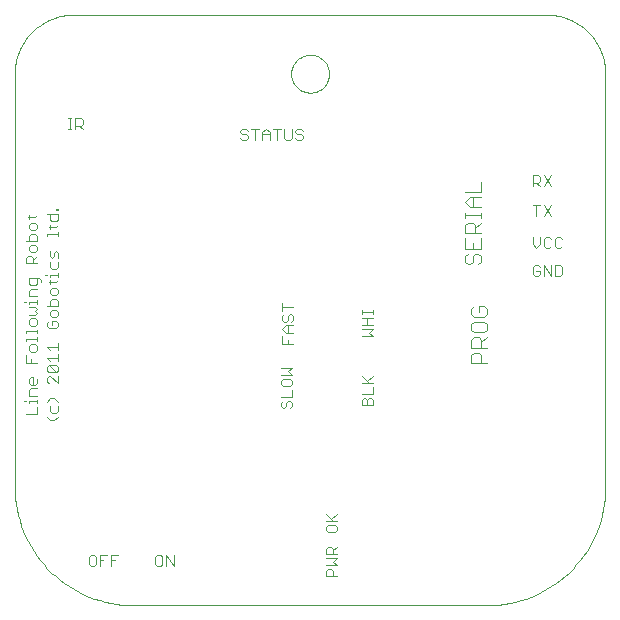
<source format=gto>
G75*
G70*
%OFA0B0*%
%FSLAX24Y24*%
%IPPOS*%
%LPD*%
%AMOC8*
5,1,8,0,0,1.08239X$1,22.5*
%
%ADD10C,0.0000*%
%ADD11C,0.0030*%
%ADD12C,0.0040*%
D10*
X008033Y011970D02*
X008033Y025749D01*
X008032Y025749D02*
X008034Y025843D01*
X008041Y025936D01*
X008052Y026029D01*
X008068Y026122D01*
X008088Y026213D01*
X008112Y026304D01*
X008140Y026393D01*
X008173Y026481D01*
X008210Y026567D01*
X008251Y026651D01*
X008296Y026734D01*
X008345Y026814D01*
X008397Y026891D01*
X008453Y026966D01*
X008513Y027038D01*
X008576Y027108D01*
X008642Y027174D01*
X008712Y027237D01*
X008784Y027297D01*
X008859Y027353D01*
X008936Y027405D01*
X009016Y027454D01*
X009099Y027499D01*
X009183Y027540D01*
X009269Y027577D01*
X009357Y027610D01*
X009446Y027638D01*
X009537Y027662D01*
X009628Y027682D01*
X009721Y027698D01*
X009814Y027709D01*
X009907Y027716D01*
X010001Y027718D01*
X025749Y027718D01*
X025843Y027716D01*
X025936Y027709D01*
X026029Y027698D01*
X026122Y027682D01*
X026213Y027662D01*
X026304Y027638D01*
X026393Y027610D01*
X026481Y027577D01*
X026567Y027540D01*
X026651Y027499D01*
X026733Y027454D01*
X026814Y027405D01*
X026891Y027353D01*
X026966Y027297D01*
X027038Y027237D01*
X027108Y027174D01*
X027174Y027108D01*
X027237Y027038D01*
X027297Y026966D01*
X027353Y026891D01*
X027405Y026814D01*
X027454Y026733D01*
X027499Y026651D01*
X027540Y026567D01*
X027577Y026481D01*
X027610Y026393D01*
X027638Y026304D01*
X027662Y026213D01*
X027682Y026122D01*
X027698Y026029D01*
X027709Y025936D01*
X027716Y025843D01*
X027718Y025749D01*
X027718Y011970D01*
X027714Y011783D01*
X027700Y011596D01*
X027678Y011410D01*
X027647Y011225D01*
X027607Y011042D01*
X027559Y010861D01*
X027501Y010682D01*
X027436Y010507D01*
X027362Y010335D01*
X027280Y010166D01*
X027191Y010002D01*
X027093Y009841D01*
X026988Y009686D01*
X026876Y009536D01*
X026756Y009392D01*
X026630Y009253D01*
X026498Y009121D01*
X026359Y008995D01*
X026215Y008875D01*
X026065Y008763D01*
X025910Y008658D01*
X025750Y008560D01*
X025585Y008471D01*
X025416Y008389D01*
X025244Y008315D01*
X025069Y008250D01*
X024890Y008192D01*
X024709Y008144D01*
X024526Y008104D01*
X024341Y008073D01*
X024155Y008051D01*
X023968Y008037D01*
X023781Y008033D01*
X011970Y008033D01*
X011783Y008037D01*
X011596Y008051D01*
X011410Y008073D01*
X011225Y008104D01*
X011042Y008144D01*
X010861Y008192D01*
X010682Y008250D01*
X010507Y008315D01*
X010335Y008389D01*
X010166Y008471D01*
X010001Y008560D01*
X009841Y008658D01*
X009686Y008763D01*
X009536Y008875D01*
X009392Y008995D01*
X009253Y009121D01*
X009121Y009253D01*
X008995Y009392D01*
X008875Y009536D01*
X008763Y009686D01*
X008658Y009841D01*
X008560Y010002D01*
X008471Y010166D01*
X008389Y010335D01*
X008315Y010507D01*
X008250Y010682D01*
X008192Y010861D01*
X008144Y011042D01*
X008104Y011225D01*
X008073Y011410D01*
X008051Y011596D01*
X008037Y011783D01*
X008033Y011970D01*
X017245Y025749D02*
X017247Y025799D01*
X017253Y025849D01*
X017263Y025898D01*
X017277Y025946D01*
X017294Y025993D01*
X017315Y026038D01*
X017340Y026082D01*
X017368Y026123D01*
X017400Y026162D01*
X017434Y026199D01*
X017471Y026233D01*
X017511Y026263D01*
X017553Y026290D01*
X017597Y026314D01*
X017643Y026335D01*
X017690Y026351D01*
X017738Y026364D01*
X017788Y026373D01*
X017837Y026378D01*
X017888Y026379D01*
X017938Y026376D01*
X017987Y026369D01*
X018036Y026358D01*
X018084Y026343D01*
X018130Y026325D01*
X018175Y026303D01*
X018218Y026277D01*
X018259Y026248D01*
X018298Y026216D01*
X018334Y026181D01*
X018366Y026143D01*
X018396Y026103D01*
X018423Y026060D01*
X018446Y026016D01*
X018465Y025970D01*
X018481Y025922D01*
X018493Y025873D01*
X018501Y025824D01*
X018505Y025774D01*
X018505Y025724D01*
X018501Y025674D01*
X018493Y025625D01*
X018481Y025576D01*
X018465Y025528D01*
X018446Y025482D01*
X018423Y025438D01*
X018396Y025395D01*
X018366Y025355D01*
X018334Y025317D01*
X018298Y025282D01*
X018259Y025250D01*
X018218Y025221D01*
X018175Y025195D01*
X018130Y025173D01*
X018084Y025155D01*
X018036Y025140D01*
X017987Y025129D01*
X017938Y025122D01*
X017888Y025119D01*
X017837Y025120D01*
X017788Y025125D01*
X017738Y025134D01*
X017690Y025147D01*
X017643Y025163D01*
X017597Y025184D01*
X017553Y025208D01*
X017511Y025235D01*
X017471Y025265D01*
X017434Y025299D01*
X017400Y025336D01*
X017368Y025375D01*
X017340Y025416D01*
X017315Y025460D01*
X017294Y025505D01*
X017277Y025552D01*
X017263Y025600D01*
X017253Y025649D01*
X017247Y025699D01*
X017245Y025749D01*
D11*
X010498Y009409D02*
X010559Y009348D01*
X010683Y009348D01*
X010745Y009409D01*
X010745Y009656D01*
X010683Y009718D01*
X010559Y009718D01*
X010498Y009656D01*
X010498Y009409D01*
X010866Y009348D02*
X010866Y009718D01*
X011113Y009718D01*
X011234Y009718D02*
X011481Y009718D01*
X011358Y009533D02*
X011234Y009533D01*
X011234Y009348D02*
X011234Y009718D01*
X010989Y009533D02*
X010866Y009533D01*
X012708Y009656D02*
X012708Y009409D01*
X012769Y009348D01*
X012893Y009348D01*
X012954Y009409D01*
X012954Y009656D01*
X012893Y009718D01*
X012769Y009718D01*
X012708Y009656D01*
X013076Y009718D02*
X013076Y009348D01*
X013323Y009348D02*
X013076Y009718D01*
X013323Y009718D02*
X013323Y009348D01*
X009344Y014198D02*
X009221Y014198D01*
X009097Y014321D01*
X009221Y014505D02*
X009283Y014443D01*
X009406Y014443D01*
X009468Y014505D01*
X009468Y014690D01*
X009468Y014812D02*
X009344Y014935D01*
X009221Y014935D01*
X009097Y014812D01*
X009221Y014690D02*
X009221Y014505D01*
X009468Y014321D02*
X009344Y014198D01*
X008768Y014398D02*
X008768Y014645D01*
X008768Y014766D02*
X008768Y014889D01*
X008768Y014828D02*
X008521Y014828D01*
X008521Y014766D01*
X008397Y014828D02*
X008336Y014828D01*
X008521Y015012D02*
X008521Y015197D01*
X008583Y015258D01*
X008768Y015258D01*
X008706Y015380D02*
X008583Y015380D01*
X008521Y015442D01*
X008521Y015565D01*
X008583Y015627D01*
X008644Y015627D01*
X008644Y015380D01*
X008706Y015380D02*
X008768Y015442D01*
X008768Y015565D01*
X009097Y015611D02*
X009097Y015487D01*
X009159Y015425D01*
X009097Y015611D02*
X009159Y015672D01*
X009221Y015672D01*
X009468Y015425D01*
X009468Y015672D01*
X009406Y015794D02*
X009159Y016041D01*
X009406Y016041D01*
X009468Y015979D01*
X009468Y015855D01*
X009406Y015794D01*
X009159Y015794D01*
X009097Y015855D01*
X009097Y015979D01*
X009159Y016041D01*
X009221Y016162D02*
X009097Y016285D01*
X009468Y016285D01*
X009468Y016162D02*
X009468Y016409D01*
X009468Y016530D02*
X009468Y016777D01*
X009468Y016654D02*
X009097Y016654D01*
X009221Y016530D01*
X008768Y016546D02*
X008706Y016485D01*
X008583Y016485D01*
X008521Y016546D01*
X008521Y016670D01*
X008583Y016732D01*
X008706Y016732D01*
X008768Y016670D01*
X008768Y016546D01*
X008768Y016853D02*
X008768Y016977D01*
X008768Y016915D02*
X008397Y016915D01*
X008397Y016853D01*
X008397Y017099D02*
X008397Y017160D01*
X008768Y017160D01*
X008768Y017099D02*
X008768Y017222D01*
X008706Y017344D02*
X008768Y017406D01*
X008768Y017529D01*
X008706Y017591D01*
X008583Y017591D01*
X008521Y017529D01*
X008521Y017406D01*
X008583Y017344D01*
X008706Y017344D01*
X008706Y017712D02*
X008521Y017712D01*
X008706Y017712D02*
X008768Y017774D01*
X008706Y017836D01*
X008768Y017898D01*
X008706Y017959D01*
X008521Y017959D01*
X008521Y018081D02*
X008521Y018142D01*
X008768Y018142D01*
X008768Y018081D02*
X008768Y018204D01*
X008768Y018326D02*
X008521Y018326D01*
X008521Y018511D01*
X008583Y018573D01*
X008768Y018573D01*
X008706Y018695D02*
X008768Y018756D01*
X008768Y018941D01*
X008829Y018941D02*
X008521Y018941D01*
X008521Y018756D01*
X008583Y018695D01*
X008706Y018695D01*
X008891Y018818D02*
X008891Y018880D01*
X008829Y018941D01*
X009036Y019047D02*
X009097Y019047D01*
X009221Y019047D02*
X009468Y019047D01*
X009468Y018986D02*
X009468Y019109D01*
X009406Y019231D02*
X009468Y019293D01*
X009468Y019478D01*
X009468Y019599D02*
X009468Y019785D01*
X009406Y019846D01*
X009344Y019785D01*
X009344Y019661D01*
X009283Y019599D01*
X009221Y019661D01*
X009221Y019846D01*
X009221Y019478D02*
X009221Y019293D01*
X009283Y019231D01*
X009406Y019231D01*
X009221Y019047D02*
X009221Y018986D01*
X009221Y018864D02*
X009221Y018740D01*
X009159Y018802D02*
X009406Y018802D01*
X009468Y018864D01*
X009406Y018619D02*
X009283Y018619D01*
X009221Y018557D01*
X009221Y018434D01*
X009283Y018372D01*
X009406Y018372D01*
X009468Y018434D01*
X009468Y018557D01*
X009406Y018619D01*
X009406Y018250D02*
X009283Y018250D01*
X009221Y018189D01*
X009221Y018004D01*
X009097Y018004D02*
X009468Y018004D01*
X009468Y018189D01*
X009406Y018250D01*
X009406Y017882D02*
X009283Y017882D01*
X009221Y017820D01*
X009221Y017697D01*
X009283Y017635D01*
X009406Y017635D01*
X009468Y017697D01*
X009468Y017820D01*
X009406Y017882D01*
X009406Y017514D02*
X009283Y017514D01*
X009283Y017390D01*
X009406Y017267D02*
X009159Y017267D01*
X009097Y017329D01*
X009097Y017452D01*
X009159Y017514D01*
X009406Y017514D02*
X009468Y017452D01*
X009468Y017329D01*
X009406Y017267D01*
X008768Y016116D02*
X008397Y016116D01*
X008397Y016363D01*
X008583Y016240D02*
X008583Y016116D01*
X008521Y015012D02*
X008768Y015012D01*
X008768Y014398D02*
X008397Y014398D01*
X008336Y018142D02*
X008397Y018142D01*
X008397Y019431D02*
X008397Y019616D01*
X008459Y019678D01*
X008583Y019678D01*
X008644Y019616D01*
X008644Y019431D01*
X008644Y019555D02*
X008768Y019678D01*
X008706Y019799D02*
X008768Y019861D01*
X008768Y019985D01*
X008706Y020046D01*
X008583Y020046D01*
X008521Y019985D01*
X008521Y019861D01*
X008583Y019799D01*
X008706Y019799D01*
X008768Y019431D02*
X008397Y019431D01*
X008397Y020168D02*
X008768Y020168D01*
X008768Y020353D01*
X008706Y020415D01*
X008583Y020415D01*
X008521Y020353D01*
X008521Y020168D01*
X008583Y020536D02*
X008521Y020598D01*
X008521Y020721D01*
X008583Y020783D01*
X008706Y020783D01*
X008768Y020721D01*
X008768Y020598D01*
X008706Y020536D01*
X008583Y020536D01*
X008521Y020904D02*
X008521Y021028D01*
X008459Y020966D02*
X008706Y020966D01*
X008768Y021028D01*
X009097Y021074D02*
X009468Y021074D01*
X009468Y020889D01*
X009406Y020827D01*
X009283Y020827D01*
X009221Y020889D01*
X009221Y021074D01*
X009406Y021195D02*
X009406Y021257D01*
X009468Y021257D01*
X009468Y021195D01*
X009406Y021195D01*
X009468Y020705D02*
X009406Y020643D01*
X009159Y020643D01*
X009221Y020582D02*
X009221Y020705D01*
X009097Y020398D02*
X009468Y020398D01*
X009468Y020336D02*
X009468Y020460D01*
X009097Y020398D02*
X009097Y020336D01*
X009798Y023898D02*
X009921Y023898D01*
X009859Y023898D02*
X009859Y024268D01*
X009798Y024268D02*
X009921Y024268D01*
X010043Y024268D02*
X010043Y023898D01*
X010043Y024021D02*
X010228Y024021D01*
X010290Y024083D01*
X010290Y024206D01*
X010228Y024268D01*
X010043Y024268D01*
X010167Y024021D02*
X010290Y023898D01*
X015548Y023856D02*
X015548Y023795D01*
X015609Y023733D01*
X015733Y023733D01*
X015795Y023671D01*
X015795Y023609D01*
X015733Y023548D01*
X015609Y023548D01*
X015548Y023609D01*
X015548Y023856D02*
X015609Y023918D01*
X015733Y023918D01*
X015795Y023856D01*
X015916Y023918D02*
X016163Y023918D01*
X016039Y023918D02*
X016039Y023548D01*
X016284Y023548D02*
X016284Y023795D01*
X016408Y023918D01*
X016531Y023795D01*
X016531Y023548D01*
X016531Y023733D02*
X016284Y023733D01*
X016653Y023918D02*
X016900Y023918D01*
X017021Y023918D02*
X017021Y023609D01*
X017083Y023548D01*
X017206Y023548D01*
X017268Y023609D01*
X017268Y023918D01*
X017389Y023856D02*
X017389Y023795D01*
X017451Y023733D01*
X017574Y023733D01*
X017636Y023671D01*
X017636Y023609D01*
X017574Y023548D01*
X017451Y023548D01*
X017389Y023609D01*
X017389Y023856D02*
X017451Y023918D01*
X017574Y023918D01*
X017636Y023856D01*
X016776Y023918D02*
X016776Y023548D01*
X016947Y018100D02*
X016947Y017853D01*
X016947Y017976D02*
X017318Y017976D01*
X017256Y017731D02*
X017318Y017670D01*
X017318Y017546D01*
X017256Y017484D01*
X017318Y017363D02*
X017071Y017363D01*
X016947Y017239D01*
X017071Y017116D01*
X017318Y017116D01*
X017133Y017116D02*
X017133Y017363D01*
X017071Y017484D02*
X017133Y017546D01*
X017133Y017670D01*
X017194Y017731D01*
X017256Y017731D01*
X017009Y017731D02*
X016947Y017670D01*
X016947Y017546D01*
X017009Y017484D01*
X017071Y017484D01*
X016947Y016995D02*
X016947Y016748D01*
X017318Y016748D01*
X017133Y016748D02*
X017133Y016871D01*
X017268Y015950D02*
X016897Y015950D01*
X016897Y015703D02*
X017268Y015703D01*
X017144Y015826D01*
X017268Y015950D01*
X017206Y015581D02*
X016959Y015581D01*
X016897Y015520D01*
X016897Y015396D01*
X016959Y015334D01*
X017206Y015334D01*
X017268Y015396D01*
X017268Y015520D01*
X017206Y015581D01*
X017268Y015213D02*
X017268Y014966D01*
X016897Y014966D01*
X016959Y014845D02*
X016897Y014783D01*
X016897Y014659D01*
X016959Y014598D01*
X017021Y014598D01*
X017083Y014659D01*
X017083Y014783D01*
X017144Y014845D01*
X017206Y014845D01*
X017268Y014783D01*
X017268Y014659D01*
X017206Y014598D01*
X019597Y014698D02*
X019597Y014883D01*
X019659Y014945D01*
X019721Y014945D01*
X019783Y014883D01*
X019783Y014698D01*
X019968Y014698D02*
X019968Y014883D01*
X019906Y014945D01*
X019844Y014945D01*
X019783Y014883D01*
X019597Y015066D02*
X019968Y015066D01*
X019968Y015313D01*
X019968Y015434D02*
X019597Y015434D01*
X019783Y015496D02*
X019968Y015681D01*
X019844Y015434D02*
X019597Y015681D01*
X019597Y014698D02*
X019968Y014698D01*
X019968Y016998D02*
X019597Y016998D01*
X019597Y017245D02*
X019968Y017245D01*
X019844Y017121D01*
X019968Y016998D01*
X019968Y017366D02*
X019597Y017366D01*
X019783Y017366D02*
X019783Y017613D01*
X019968Y017613D02*
X019597Y017613D01*
X019597Y017734D02*
X019597Y017858D01*
X019597Y017796D02*
X019968Y017796D01*
X019968Y017734D02*
X019968Y017858D01*
X025298Y019059D02*
X025359Y018998D01*
X025483Y018998D01*
X025545Y019059D01*
X025545Y019183D01*
X025421Y019183D01*
X025298Y019306D02*
X025298Y019059D01*
X025298Y019306D02*
X025359Y019368D01*
X025483Y019368D01*
X025545Y019306D01*
X025666Y019368D02*
X025913Y018998D01*
X025913Y019368D01*
X026034Y019368D02*
X026220Y019368D01*
X026281Y019306D01*
X026281Y019059D01*
X026220Y018998D01*
X026034Y018998D01*
X026034Y019368D01*
X025666Y019368D02*
X025666Y018998D01*
X025728Y019948D02*
X025851Y019948D01*
X025913Y020009D01*
X026034Y020009D02*
X026096Y019948D01*
X026220Y019948D01*
X026281Y020009D01*
X026034Y020009D02*
X026034Y020256D01*
X026096Y020318D01*
X026220Y020318D01*
X026281Y020256D01*
X025913Y020256D02*
X025851Y020318D01*
X025728Y020318D01*
X025666Y020256D01*
X025666Y020009D01*
X025728Y019948D01*
X025545Y020071D02*
X025421Y019948D01*
X025298Y020071D01*
X025298Y020318D01*
X025545Y020318D02*
X025545Y020071D01*
X025666Y020998D02*
X025913Y021368D01*
X025666Y021368D02*
X025913Y020998D01*
X025421Y020998D02*
X025421Y021368D01*
X025298Y021368D02*
X025545Y021368D01*
X025545Y021998D02*
X025421Y022121D01*
X025483Y022121D02*
X025298Y022121D01*
X025298Y021998D02*
X025298Y022368D01*
X025483Y022368D01*
X025545Y022306D01*
X025545Y022183D01*
X025483Y022121D01*
X025666Y021998D02*
X025913Y022368D01*
X025666Y022368D02*
X025913Y021998D01*
X018768Y011086D02*
X018583Y010901D01*
X018644Y010839D02*
X018397Y011086D01*
X018397Y010839D02*
X018768Y010839D01*
X018706Y010718D02*
X018459Y010718D01*
X018397Y010656D01*
X018397Y010533D01*
X018459Y010471D01*
X018706Y010471D01*
X018768Y010533D01*
X018768Y010656D01*
X018706Y010718D01*
X018768Y009981D02*
X018644Y009858D01*
X018644Y009920D02*
X018644Y009734D01*
X018768Y009734D02*
X018397Y009734D01*
X018397Y009920D01*
X018459Y009981D01*
X018583Y009981D01*
X018644Y009920D01*
X018768Y009613D02*
X018397Y009613D01*
X018397Y009366D02*
X018768Y009366D01*
X018644Y009489D01*
X018768Y009613D01*
X018583Y009245D02*
X018644Y009183D01*
X018644Y008998D01*
X018768Y008998D02*
X018397Y008998D01*
X018397Y009183D01*
X018459Y009245D01*
X018583Y009245D01*
D12*
X023242Y016103D02*
X023242Y016363D01*
X023329Y016450D01*
X023503Y016450D01*
X023589Y016363D01*
X023589Y016103D01*
X023763Y016103D02*
X023242Y016103D01*
X023242Y016618D02*
X023242Y016879D01*
X023329Y016965D01*
X023503Y016965D01*
X023589Y016879D01*
X023589Y016618D01*
X023763Y016618D02*
X023242Y016618D01*
X023589Y016792D02*
X023763Y016965D01*
X023676Y017134D02*
X023763Y017221D01*
X023763Y017394D01*
X023676Y017481D01*
X023329Y017481D01*
X023242Y017394D01*
X023242Y017221D01*
X023329Y017134D01*
X023676Y017134D01*
X023676Y017650D02*
X023329Y017650D01*
X023242Y017736D01*
X023242Y017910D01*
X023329Y017997D01*
X023503Y017997D02*
X023503Y017823D01*
X023503Y017997D02*
X023676Y017997D01*
X023763Y017910D01*
X023763Y017736D01*
X023676Y017650D01*
X023476Y019403D02*
X023563Y019489D01*
X023563Y019663D01*
X023476Y019750D01*
X023389Y019750D01*
X023303Y019663D01*
X023303Y019489D01*
X023216Y019403D01*
X023129Y019403D01*
X023042Y019489D01*
X023042Y019663D01*
X023129Y019750D01*
X023042Y019918D02*
X023563Y019918D01*
X023563Y020265D01*
X023563Y020434D02*
X023042Y020434D01*
X023042Y020694D01*
X023129Y020781D01*
X023303Y020781D01*
X023389Y020694D01*
X023389Y020434D01*
X023389Y020607D02*
X023563Y020781D01*
X023563Y020950D02*
X023563Y021123D01*
X023563Y021036D02*
X023042Y021036D01*
X023042Y020950D02*
X023042Y021123D01*
X023216Y021293D02*
X023042Y021467D01*
X023216Y021640D01*
X023563Y021640D01*
X023563Y021809D02*
X023042Y021809D01*
X023303Y021640D02*
X023303Y021293D01*
X023216Y021293D02*
X023563Y021293D01*
X023563Y021809D02*
X023563Y022156D01*
X023042Y020265D02*
X023042Y019918D01*
X023303Y019918D02*
X023303Y020092D01*
M02*

</source>
